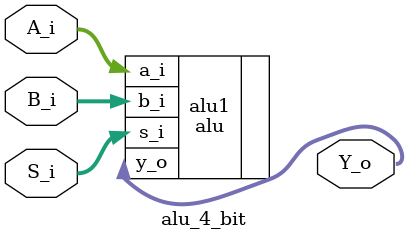
<source format=v>
`timescale 1ns / 1ps


module alu_4_bit #
(
  parameter INPUT_WIDTH = 4,
  parameter OUTPUT_WIDTH = 8,
  parameter SELECT_WIDTH = 2
)
(
  // The inputs 
  input wire [INPUT_WIDTH-1:0]      A_i,
  input wire [INPUT_WIDTH-1:0]      B_i,
  input wire [SELECT_WIDTH-1:0]     S_i,

  // The outputs
  output wire [OUTPUT_WIDTH-1:0]           Y_o

);

  alu alu1(.a_i(A_i),
           .b_i(B_i),
           .s_i(S_i),
           .y_o(Y_o));

endmodule

</source>
